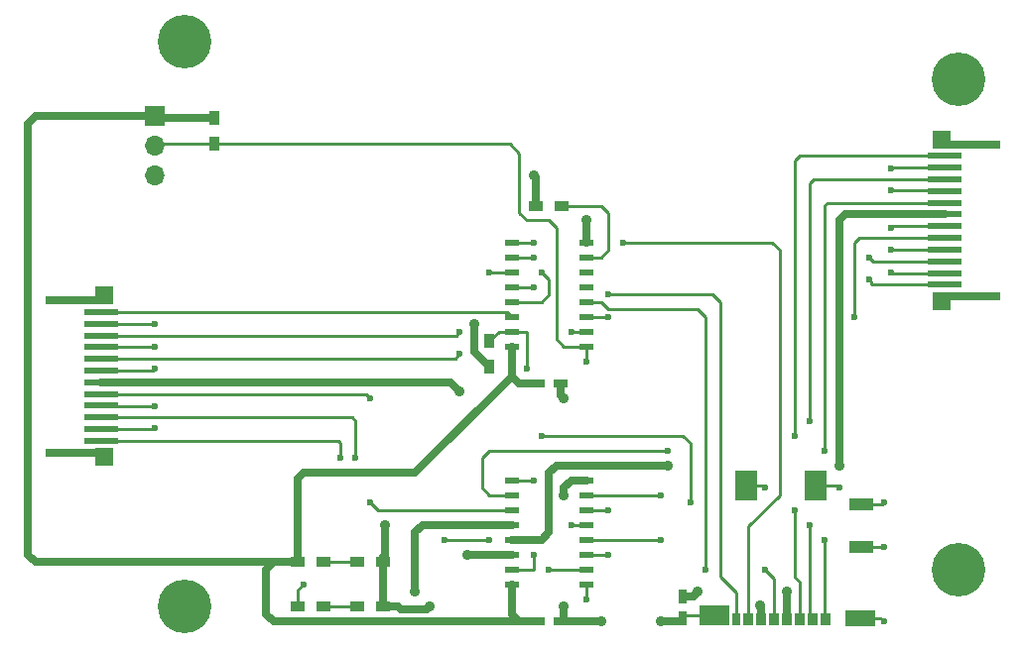
<source format=gbr>
G04 #@! TF.FileFunction,Copper,L1,Top,Signal*
%FSLAX46Y46*%
G04 Gerber Fmt 4.6, Leading zero omitted, Abs format (unit mm)*
G04 Created by KiCad (PCBNEW 4.0.7) date Thu Nov 23 12:59:31 2017*
%MOMM*%
%LPD*%
G01*
G04 APERTURE LIST*
%ADD10C,0.100000*%
%ADD11C,4.572000*%
%ADD12R,1.200000X0.750000*%
%ADD13R,0.750000X1.200000*%
%ADD14R,1.143000X0.508000*%
%ADD15R,1.500000X1.500000*%
%ADD16R,3.000000X0.600000*%
%ADD17R,4.200000X0.700000*%
%ADD18R,1.700000X1.700000*%
%ADD19O,1.700000X1.700000*%
%ADD20R,1.200000X0.900000*%
%ADD21R,0.900000X1.200000*%
%ADD22R,0.850000X1.100000*%
%ADD23R,0.750000X1.100000*%
%ADD24R,2.500000X1.800000*%
%ADD25R,2.500000X1.350000*%
%ADD26R,1.900000X2.500000*%
%ADD27R,2.000000X1.000000*%
%ADD28C,0.600000*%
%ADD29C,0.900000*%
%ADD30C,0.635000*%
%ADD31C,0.250000*%
G04 APERTURE END LIST*
D10*
D11*
X182245000Y-73660000D03*
X182245000Y-115570000D03*
X116205000Y-118745000D03*
D12*
X146370000Y-120015000D03*
X148270000Y-120015000D03*
X146370000Y-99695000D03*
X148270000Y-99695000D03*
D13*
X158715107Y-117850683D03*
X158715107Y-119750683D03*
D14*
X144145000Y-116840000D03*
X144145000Y-114300000D03*
X144145000Y-113030000D03*
X144145000Y-111760000D03*
X144145000Y-110490000D03*
X144145000Y-109220000D03*
X144145000Y-107950000D03*
X150495000Y-107950000D03*
X150495000Y-109220000D03*
X150495000Y-110490000D03*
X150495000Y-111760000D03*
X150495000Y-113030000D03*
X150495000Y-114300000D03*
X150495000Y-115570000D03*
X150495000Y-116840000D03*
X144145000Y-115570000D03*
X144145000Y-96520000D03*
X144145000Y-93980000D03*
X144145000Y-92710000D03*
X144145000Y-91440000D03*
X144145000Y-90170000D03*
X144145000Y-88900000D03*
X144145000Y-87630000D03*
X150495000Y-87630000D03*
X150495000Y-88900000D03*
X150495000Y-90170000D03*
X150495000Y-91440000D03*
X150495000Y-92710000D03*
X150495000Y-93980000D03*
X150495000Y-95250000D03*
X150495000Y-96520000D03*
X144145000Y-95250000D03*
D15*
X109335000Y-105960000D03*
D16*
X109085000Y-101560000D03*
X109085000Y-102560000D03*
X109085000Y-104560000D03*
X109085000Y-103560000D03*
X109085000Y-97560000D03*
X109085000Y-98560000D03*
X109085000Y-100560000D03*
X109085000Y-99560000D03*
X109085000Y-95560000D03*
X109085000Y-96560000D03*
X109085000Y-94560000D03*
X109085000Y-93560000D03*
D17*
X106485000Y-105560000D03*
X106485000Y-92560000D03*
D15*
X109335000Y-92160000D03*
X180860000Y-78825000D03*
D16*
X181110000Y-83225000D03*
X181110000Y-82225000D03*
X181110000Y-80225000D03*
X181110000Y-81225000D03*
X181110000Y-87225000D03*
X181110000Y-86225000D03*
X181110000Y-84225000D03*
X181110000Y-85225000D03*
X181110000Y-89225000D03*
X181110000Y-88225000D03*
X181110000Y-90225000D03*
X181110000Y-91225000D03*
D17*
X183710000Y-79225000D03*
X183710000Y-92225000D03*
D15*
X180860000Y-92625000D03*
D18*
X113665000Y-76835000D03*
D19*
X113665000Y-79375000D03*
X113665000Y-81915000D03*
D20*
X128100000Y-114935000D03*
X125900000Y-114935000D03*
X128100000Y-118745000D03*
X125900000Y-118745000D03*
D21*
X118745000Y-77005000D03*
X118745000Y-79205000D03*
X142240000Y-98255000D03*
X142240000Y-96055000D03*
D20*
X130980000Y-114935000D03*
X133180000Y-114935000D03*
X130980000Y-118745000D03*
X133180000Y-118745000D03*
X148385107Y-84510683D03*
X146185107Y-84510683D03*
D11*
X116205000Y-70485000D03*
D22*
X167630000Y-119820000D03*
X170935000Y-119820000D03*
X168730000Y-119820000D03*
X169830000Y-119820000D03*
X165430000Y-119820000D03*
X166530000Y-119820000D03*
X164330000Y-119820000D03*
D23*
X163285000Y-119820000D03*
D24*
X161410000Y-119470000D03*
D25*
X173870000Y-119695000D03*
D26*
X164100000Y-108420000D03*
X170070000Y-108420000D03*
D27*
X173970000Y-109970000D03*
X173970000Y-113670000D03*
D28*
X165735000Y-108585000D03*
X172085000Y-108585000D03*
X175895000Y-120015000D03*
X175895000Y-113665000D03*
X175895000Y-109855000D03*
D29*
X165354000Y-118618000D03*
X148590000Y-100965000D03*
X140970000Y-94615000D03*
X150495000Y-85725000D03*
X146050000Y-81915000D03*
X148590000Y-109220000D03*
X156845000Y-120015000D03*
X151765000Y-120015000D03*
X148590000Y-118745000D03*
X133350000Y-111760000D03*
X137160000Y-118745000D03*
D28*
X113665000Y-103505000D03*
X113665000Y-101600000D03*
X113665000Y-98425000D03*
X113665000Y-96520000D03*
X113665000Y-94615000D03*
X176530000Y-90170000D03*
X176530000Y-88265000D03*
X176530000Y-86360000D03*
X176530000Y-83185000D03*
X176530000Y-81280000D03*
D29*
X167640000Y-117475000D03*
X160020000Y-117475000D03*
X135890000Y-117475000D03*
X139700000Y-100330000D03*
X140335000Y-114300000D03*
D28*
X132080000Y-100965000D03*
X132080000Y-109855000D03*
X170815000Y-105410000D03*
X157480000Y-105410000D03*
X146050000Y-107950000D03*
X146685000Y-104140000D03*
X159385000Y-109855000D03*
X168275000Y-110490000D03*
X169545000Y-111760000D03*
X156845000Y-109220000D03*
X169545000Y-102870000D03*
X152400000Y-110490000D03*
X142240000Y-113030000D03*
X138430000Y-113030000D03*
X130810000Y-106045000D03*
X149225000Y-111760000D03*
X170815000Y-113030000D03*
X156845000Y-113030000D03*
X168275000Y-104140000D03*
X152400000Y-114300000D03*
X147320000Y-115570000D03*
X129540000Y-106045000D03*
X126365000Y-116840000D03*
X150495000Y-118110000D03*
X150495000Y-97790000D03*
X146050000Y-114300000D03*
X145415000Y-98425000D03*
X146685000Y-90170000D03*
X174625000Y-90805000D03*
X142240000Y-90170000D03*
X139700000Y-95250000D03*
X174625000Y-88900000D03*
X146050000Y-88900000D03*
X146050000Y-87630000D03*
X153670000Y-87630000D03*
X165735000Y-115570000D03*
X160655000Y-115570000D03*
X173355000Y-93980000D03*
X152400000Y-93980000D03*
X139700000Y-97155000D03*
X149225000Y-95250000D03*
D29*
X172085000Y-106680000D03*
X157480000Y-106680000D03*
D28*
X152400000Y-92075000D03*
X146050000Y-91440000D03*
D30*
X123825000Y-114935000D02*
X103505000Y-114935000D01*
X103505000Y-114935000D02*
X102870000Y-114300000D01*
X102870000Y-114300000D02*
X102870000Y-77470000D01*
X102870000Y-77470000D02*
X103505000Y-76835000D01*
X103505000Y-76835000D02*
X113665000Y-76835000D01*
X135890000Y-107315000D02*
X144145000Y-99060000D01*
X126365000Y-107315000D02*
X135890000Y-107315000D01*
X144780000Y-120015000D02*
X123825000Y-120015000D01*
X123825000Y-120015000D02*
X123190000Y-119380000D01*
X123190000Y-115570000D02*
X123825000Y-114935000D01*
X123190000Y-119380000D02*
X123190000Y-115570000D01*
X123825000Y-114935000D02*
X125900000Y-114935000D01*
X125900000Y-107780000D02*
X126365000Y-107315000D01*
X125900000Y-114935000D02*
X125900000Y-107780000D01*
X118745000Y-77005000D02*
X113835000Y-77005000D01*
D31*
X113835000Y-77005000D02*
X113665000Y-76835000D01*
D30*
X144145000Y-99060000D02*
X144145000Y-96520000D01*
X144780000Y-99695000D02*
X144145000Y-99060000D01*
X146370000Y-99695000D02*
X144780000Y-99695000D01*
X144780000Y-120015000D02*
X144145000Y-119380000D01*
X144145000Y-119380000D02*
X144145000Y-116840000D01*
X146370000Y-120015000D02*
X144780000Y-120015000D01*
D31*
X161410000Y-119470000D02*
X158995790Y-119470000D01*
X158995790Y-119470000D02*
X158715107Y-119750683D01*
X164100000Y-108420000D02*
X165570000Y-108420000D01*
X165570000Y-108420000D02*
X165735000Y-108585000D01*
X170070000Y-108420000D02*
X171920000Y-108420000D01*
X171920000Y-108420000D02*
X172085000Y-108585000D01*
X173870000Y-119695000D02*
X175575000Y-119695000D01*
X175575000Y-119695000D02*
X175895000Y-120015000D01*
X175895000Y-113665000D02*
X173975000Y-113665000D01*
X173975000Y-113665000D02*
X173970000Y-113670000D01*
X173970000Y-109970000D02*
X175780000Y-109970000D01*
X175780000Y-109970000D02*
X175895000Y-109855000D01*
D30*
X165430000Y-119820000D02*
X165430000Y-118694000D01*
X165430000Y-118694000D02*
X165354000Y-118618000D01*
X148590000Y-108585000D02*
X148590000Y-109220000D01*
X149225000Y-107950000D02*
X148590000Y-108585000D01*
X156845000Y-120015000D02*
X158450790Y-120015000D01*
X158450790Y-120015000D02*
X158715107Y-119750683D01*
X148270000Y-120015000D02*
X151765000Y-120015000D01*
X148590000Y-118745000D02*
X148590000Y-119695000D01*
X148590000Y-119695000D02*
X148270000Y-120015000D01*
X133180000Y-118745000D02*
X134415000Y-118745000D01*
X136909990Y-118995010D02*
X137160000Y-118745000D01*
X134415000Y-118745000D02*
X134665010Y-118995010D01*
X134665010Y-118995010D02*
X136909990Y-118995010D01*
X142240000Y-98255000D02*
X140970000Y-96985000D01*
X140970000Y-96985000D02*
X140970000Y-94615000D01*
X133350000Y-114300000D02*
X133350000Y-111760000D01*
X133180000Y-114470000D02*
X133350000Y-114300000D01*
X133180000Y-114935000D02*
X133180000Y-114470000D01*
X133180000Y-118745000D02*
X133180000Y-114935000D01*
X150495000Y-107950000D02*
X149225000Y-107950000D01*
X148270000Y-99695000D02*
X148270000Y-100645000D01*
X148270000Y-100645000D02*
X148590000Y-100965000D01*
X146185107Y-84510683D02*
X146185107Y-82050107D01*
X146185107Y-82050107D02*
X146050000Y-81915000D01*
X150495000Y-87630000D02*
X150495000Y-85725000D01*
D31*
X109085000Y-103560000D02*
X113610000Y-103560000D01*
X113610000Y-103560000D02*
X113665000Y-103505000D01*
X113665000Y-101600000D02*
X109125000Y-101600000D01*
X109125000Y-101600000D02*
X109085000Y-101560000D01*
X109085000Y-98560000D02*
X113530000Y-98560000D01*
X113530000Y-98560000D02*
X113665000Y-98425000D01*
X113665000Y-96520000D02*
X109125000Y-96520000D01*
X109125000Y-96520000D02*
X109085000Y-96560000D01*
X109085000Y-94560000D02*
X113610000Y-94560000D01*
X113610000Y-94560000D02*
X113665000Y-94615000D01*
X181110000Y-90225000D02*
X176585000Y-90225000D01*
X176585000Y-90225000D02*
X176530000Y-90170000D01*
X176530000Y-88265000D02*
X181070000Y-88265000D01*
X181070000Y-88265000D02*
X181110000Y-88225000D01*
X181110000Y-86225000D02*
X176665000Y-86225000D01*
X176665000Y-86225000D02*
X176530000Y-86360000D01*
X176530000Y-83185000D02*
X181070000Y-83185000D01*
X181070000Y-83185000D02*
X181110000Y-83225000D01*
X181110000Y-81225000D02*
X176585000Y-81225000D01*
X176585000Y-81225000D02*
X176530000Y-81280000D01*
D30*
X167640000Y-117475000D02*
X167640000Y-119810000D01*
X167640000Y-119810000D02*
X167630000Y-119820000D01*
X135890000Y-116840000D02*
X135890000Y-117475000D01*
X135890000Y-116840000D02*
X135890000Y-112395000D01*
X136525000Y-111760000D02*
X135890000Y-112395000D01*
X144145000Y-111760000D02*
X136525000Y-111760000D01*
X158715107Y-117850683D02*
X159644317Y-117850683D01*
X159644317Y-117850683D02*
X160020000Y-117475000D01*
X109085000Y-99560000D02*
X138930000Y-99560000D01*
X138930000Y-99560000D02*
X139700000Y-100330000D01*
X140335000Y-114300000D02*
X144145000Y-114300000D01*
D31*
X144145000Y-110490000D02*
X132715000Y-110490000D01*
X132715000Y-110490000D02*
X132080000Y-109855000D01*
X131675000Y-100560000D02*
X109085000Y-100560000D01*
X132080000Y-100965000D02*
X131675000Y-100560000D01*
X151130000Y-105410000D02*
X157480000Y-105410000D01*
X144145000Y-109220000D02*
X142240000Y-109220000D01*
X142240000Y-109220000D02*
X141605000Y-108585000D01*
X141605000Y-108585000D02*
X141605000Y-106045000D01*
X141605000Y-106045000D02*
X142240000Y-105410000D01*
X142240000Y-105410000D02*
X151130000Y-105410000D01*
X170815000Y-84455000D02*
X171045000Y-84225000D01*
X171045000Y-84225000D02*
X181110000Y-84225000D01*
X170815000Y-105410000D02*
X170815000Y-84455000D01*
X158750000Y-104140000D02*
X146685000Y-104140000D01*
X159385000Y-104775000D02*
X158750000Y-104140000D01*
X159385000Y-109855000D02*
X159385000Y-104775000D01*
X168730000Y-119820000D02*
X168730000Y-116660000D01*
X168730000Y-116660000D02*
X168275000Y-116205000D01*
X168275000Y-110490000D02*
X168275000Y-116205000D01*
X146050000Y-107950000D02*
X144145000Y-107950000D01*
X169545000Y-111760000D02*
X169545000Y-119535000D01*
X169545000Y-119535000D02*
X169830000Y-119820000D01*
X156210000Y-109220000D02*
X156845000Y-109220000D01*
X154940000Y-109220000D02*
X156210000Y-109220000D01*
X154940000Y-109220000D02*
X150495000Y-109220000D01*
X169545000Y-82550000D02*
X169870000Y-82225000D01*
X169870000Y-82225000D02*
X181110000Y-82225000D01*
X169545000Y-102870000D02*
X169545000Y-82550000D01*
X150495000Y-110490000D02*
X152400000Y-110490000D01*
X138430000Y-113030000D02*
X142240000Y-113030000D01*
X130810000Y-102870000D02*
X130500000Y-102560000D01*
X130500000Y-102560000D02*
X109085000Y-102560000D01*
X130810000Y-106045000D02*
X130810000Y-102870000D01*
X150495000Y-111760000D02*
X149225000Y-111760000D01*
X170815000Y-113030000D02*
X170815000Y-119700000D01*
X170815000Y-119700000D02*
X170935000Y-119820000D01*
X156210000Y-113030000D02*
X156845000Y-113030000D01*
X150495000Y-113030000D02*
X156210000Y-113030000D01*
X168275000Y-104140000D02*
X168275000Y-80645000D01*
X168275000Y-80645000D02*
X168695000Y-80225000D01*
X168695000Y-80225000D02*
X181110000Y-80225000D01*
X150495000Y-114300000D02*
X152400000Y-114300000D01*
X149225000Y-115570000D02*
X147320000Y-115570000D01*
X129540000Y-104775000D02*
X129325000Y-104560000D01*
X129325000Y-104560000D02*
X109085000Y-104560000D01*
X129540000Y-106045000D02*
X129540000Y-104775000D01*
X150495000Y-115570000D02*
X149225000Y-115570000D01*
X125900000Y-117305000D02*
X126365000Y-116840000D01*
X125900000Y-118745000D02*
X125900000Y-117305000D01*
X150495000Y-96520000D02*
X148590000Y-96520000D01*
X145415000Y-85725000D02*
X144780000Y-85090000D01*
X148590000Y-96520000D02*
X147955000Y-95885000D01*
X147955000Y-95885000D02*
X147995001Y-95844999D01*
X143975000Y-79205000D02*
X118745000Y-79205000D01*
X147995001Y-95844999D02*
X147995001Y-86400001D01*
X144780000Y-80010000D02*
X143975000Y-79205000D01*
X147995001Y-86400001D02*
X147320000Y-85725000D01*
X147320000Y-85725000D02*
X145415000Y-85725000D01*
X144780000Y-85090000D02*
X144780000Y-80010000D01*
X150495000Y-118110000D02*
X150495000Y-116840000D01*
X150495000Y-96520000D02*
X150495000Y-97790000D01*
X118745000Y-79205000D02*
X113835000Y-79205000D01*
X113835000Y-79205000D02*
X113665000Y-79375000D01*
X146050000Y-115570000D02*
X146050000Y-114300000D01*
X146050000Y-115570000D02*
X144145000Y-115570000D01*
X145415000Y-95250000D02*
X145415000Y-98425000D01*
X144145000Y-95250000D02*
X145415000Y-95250000D01*
X142240000Y-96055000D02*
X143045000Y-95250000D01*
X143045000Y-95250000D02*
X144145000Y-95250000D01*
X109085000Y-93560000D02*
X143725000Y-93560000D01*
X143725000Y-93560000D02*
X144145000Y-93980000D01*
X144145000Y-92710000D02*
X146685000Y-92710000D01*
X146685000Y-92710000D02*
X147320000Y-92075000D01*
X147320000Y-92075000D02*
X147320000Y-90805000D01*
X147320000Y-90805000D02*
X146685000Y-90170000D01*
X174840000Y-91225000D02*
X174840000Y-91020000D01*
X174840000Y-91020000D02*
X174625000Y-90805000D01*
X181110000Y-91225000D02*
X174840000Y-91225000D01*
X142240000Y-90170000D02*
X144145000Y-90170000D01*
X139390000Y-95560000D02*
X139700000Y-95250000D01*
X109085000Y-95560000D02*
X139390000Y-95560000D01*
X181110000Y-89225000D02*
X174950000Y-89225000D01*
X174950000Y-89225000D02*
X174625000Y-88900000D01*
X144145000Y-88900000D02*
X146050000Y-88900000D01*
X164330000Y-119820000D02*
X164330000Y-111895000D01*
X164330000Y-111895000D02*
X167005000Y-109220000D01*
X167005000Y-109220000D02*
X167005000Y-88265000D01*
X167005000Y-88265000D02*
X166370000Y-87630000D01*
X166370000Y-87630000D02*
X165100000Y-87630000D01*
X153670000Y-87630000D02*
X165100000Y-87630000D01*
X146050000Y-87630000D02*
X144145000Y-87630000D01*
X152400000Y-88265000D02*
X151765000Y-88900000D01*
X151765000Y-88900000D02*
X150495000Y-88900000D01*
X152400000Y-85090000D02*
X152400000Y-88265000D01*
X151820683Y-84510683D02*
X152400000Y-85090000D01*
X148385107Y-84510683D02*
X151820683Y-84510683D01*
X165735000Y-115570000D02*
X166530000Y-116365000D01*
X166530000Y-116365000D02*
X166530000Y-119820000D01*
X160655000Y-93980000D02*
X160655000Y-115570000D01*
X159979999Y-93304999D02*
X160655000Y-93980000D01*
X152359999Y-93304999D02*
X159979999Y-93304999D01*
X150812500Y-92710000D02*
X151765000Y-92710000D01*
X151765000Y-92710000D02*
X152359999Y-93304999D01*
X150495000Y-92710000D02*
X150812500Y-92710000D01*
X173355000Y-87630000D02*
X173760000Y-87225000D01*
X173760000Y-87225000D02*
X181110000Y-87225000D01*
X173355000Y-93980000D02*
X173355000Y-87630000D01*
X150495000Y-93980000D02*
X152400000Y-93980000D01*
X109085000Y-97560000D02*
X139295000Y-97560000D01*
X139295000Y-97560000D02*
X139700000Y-97155000D01*
X150495000Y-95250000D02*
X149225000Y-95250000D01*
D30*
X148590000Y-106680000D02*
X157480000Y-106680000D01*
X144145000Y-113030000D02*
X146685000Y-113030000D01*
X146685000Y-113030000D02*
X147320000Y-112395000D01*
X147320000Y-112395000D02*
X147320000Y-107315000D01*
X147320000Y-107315000D02*
X147955000Y-106680000D01*
X147955000Y-106680000D02*
X148590000Y-106680000D01*
X172085000Y-85725000D02*
X172585000Y-85225000D01*
X172585000Y-85225000D02*
X181110000Y-85225000D01*
X172085000Y-106680000D02*
X172085000Y-85725000D01*
D31*
X130980000Y-114935000D02*
X128100000Y-114935000D01*
X130980000Y-118745000D02*
X128100000Y-118745000D01*
X161290000Y-92075000D02*
X152400000Y-92075000D01*
X161925000Y-92710000D02*
X161290000Y-92075000D01*
X161925000Y-116205000D02*
X161925000Y-92710000D01*
X163285000Y-117565000D02*
X161925000Y-116205000D01*
X163285000Y-119820000D02*
X163285000Y-117565000D01*
X146050000Y-91440000D02*
X144145000Y-91440000D01*
M02*

</source>
